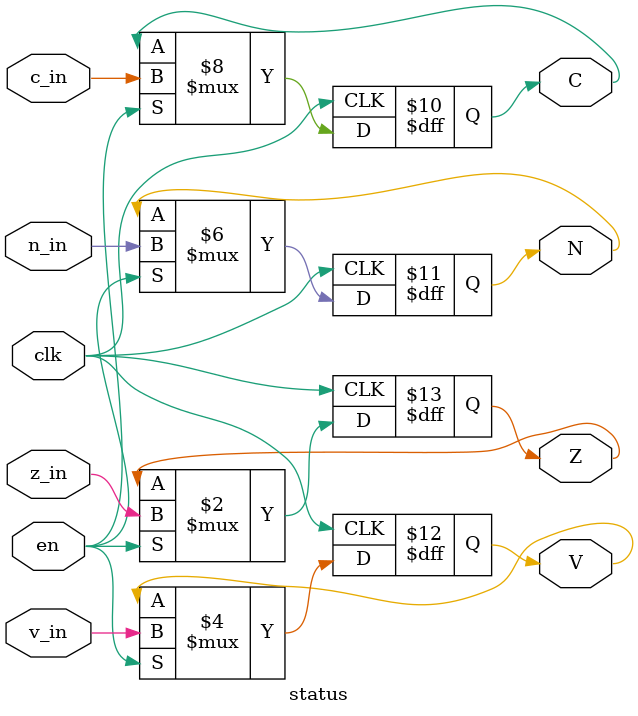
<source format=v>
module status(
  input      clk,
  input      en,          // habilita actualizar flags este ciclo
  input      z_in, n_in, c_in, v_in,
  output reg Z, N, C, V
);
  always @(posedge clk) begin
    if (en) begin
      Z <= z_in;
      N <= n_in;
      C <= c_in;
      V <= v_in;
    end
  end
endmodule

</source>
